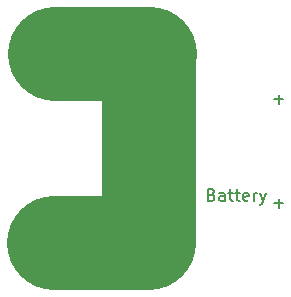
<source format=gto>
%TF.GenerationSoftware,KiCad,Pcbnew,4.0.5-e0-6337~49~ubuntu16.04.1*%
%TF.CreationDate,2017-01-24T12:55:36-08:00*%
%TF.ProjectId,3x3-CR2032-Coin-Cell,3378332D4352323033322D436F696E2D,1.0*%
%TF.FileFunction,Legend,Top*%
%FSLAX46Y46*%
G04 Gerber Fmt 4.6, Leading zero omitted, Abs format (unit mm)*
G04 Created by KiCad (PCBNEW 4.0.5-e0-6337~49~ubuntu16.04.1) date Tue Jan 24 12:55:36 2017*
%MOMM*%
%LPD*%
G01*
G04 APERTURE LIST*
%ADD10C,0.350000*%
%ADD11C,8.000000*%
%ADD12C,0.150000*%
G04 APERTURE END LIST*
D10*
D11*
X145033000Y-106426000D02*
X145033000Y-90426000D01*
X137033000Y-106426000D02*
X145033000Y-106426000D01*
X137133000Y-90426000D02*
X145133000Y-90426000D01*
D12*
X150361571Y-102354571D02*
X150504428Y-102402190D01*
X150552047Y-102449810D01*
X150599666Y-102545048D01*
X150599666Y-102687905D01*
X150552047Y-102783143D01*
X150504428Y-102830762D01*
X150409190Y-102878381D01*
X150028237Y-102878381D01*
X150028237Y-101878381D01*
X150361571Y-101878381D01*
X150456809Y-101926000D01*
X150504428Y-101973619D01*
X150552047Y-102068857D01*
X150552047Y-102164095D01*
X150504428Y-102259333D01*
X150456809Y-102306952D01*
X150361571Y-102354571D01*
X150028237Y-102354571D01*
X151456809Y-102878381D02*
X151456809Y-102354571D01*
X151409190Y-102259333D01*
X151313952Y-102211714D01*
X151123475Y-102211714D01*
X151028237Y-102259333D01*
X151456809Y-102830762D02*
X151361571Y-102878381D01*
X151123475Y-102878381D01*
X151028237Y-102830762D01*
X150980618Y-102735524D01*
X150980618Y-102640286D01*
X151028237Y-102545048D01*
X151123475Y-102497429D01*
X151361571Y-102497429D01*
X151456809Y-102449810D01*
X151790142Y-102211714D02*
X152171094Y-102211714D01*
X151932999Y-101878381D02*
X151932999Y-102735524D01*
X151980618Y-102830762D01*
X152075856Y-102878381D01*
X152171094Y-102878381D01*
X152361571Y-102211714D02*
X152742523Y-102211714D01*
X152504428Y-101878381D02*
X152504428Y-102735524D01*
X152552047Y-102830762D01*
X152647285Y-102878381D01*
X152742523Y-102878381D01*
X153456810Y-102830762D02*
X153361572Y-102878381D01*
X153171095Y-102878381D01*
X153075857Y-102830762D01*
X153028238Y-102735524D01*
X153028238Y-102354571D01*
X153075857Y-102259333D01*
X153171095Y-102211714D01*
X153361572Y-102211714D01*
X153456810Y-102259333D01*
X153504429Y-102354571D01*
X153504429Y-102449810D01*
X153028238Y-102545048D01*
X153933000Y-102878381D02*
X153933000Y-102211714D01*
X153933000Y-102402190D02*
X153980619Y-102306952D01*
X154028238Y-102259333D01*
X154123476Y-102211714D01*
X154218715Y-102211714D01*
X154456810Y-102211714D02*
X154694905Y-102878381D01*
X154933001Y-102211714D02*
X154694905Y-102878381D01*
X154599667Y-103116476D01*
X154552048Y-103164095D01*
X154456810Y-103211714D01*
X155652048Y-94297429D02*
X156413953Y-94297429D01*
X156033001Y-94678381D02*
X156033001Y-93916476D01*
X155652048Y-103097429D02*
X156413953Y-103097429D01*
X156033001Y-103478381D02*
X156033001Y-102716476D01*
M02*

</source>
